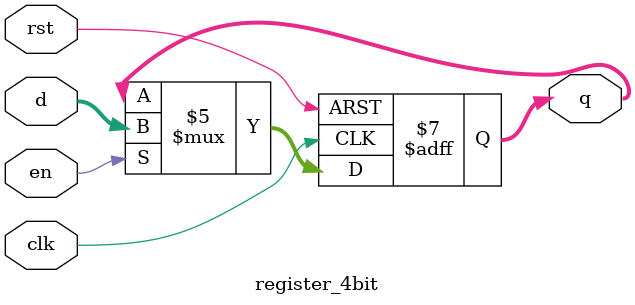
<source format=v>
module register_4bit (q, d, en, rst, clk);
	
	output reg [3:0] q;
	input [3:0] d;
	input en;
	input rst;
	input clk;
	
	always @ (posedge clk or posedge rst) begin
		if (rst == 1'b1)
			q <= 1'b0;
		else if (en == 1'b1)
			q <= d;
		else 
			q <= q;
	end
endmodule 
</source>
